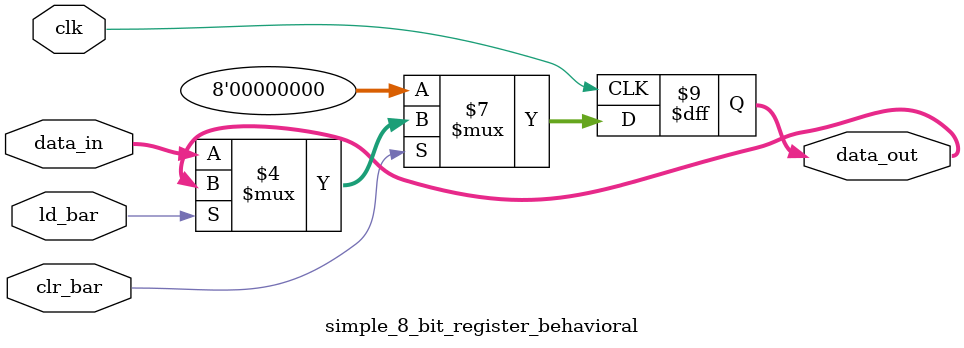
<source format=v>

module simple_8_bit_register_behavioral (
    input       [7:0]   data_in,    // Data to load
    input               clk,        // Clock
    input               ld_bar,     // Load
    input               clr_bar,    // Clear
    output  reg [7:0]   data_out    // Output Data
);

    // 8-BIT REGISTER
    // ALWAYS BLOCK with NON-BLOCKING PROCEDURAL ASSIGNMENT STATEMENT
    always @ (posedge clk) begin
        if (~clr_bar) begin
            data_out <= 0;
        end else if (~ld_bar) begin
            data_out <= data_in;
        end
    end

endmodule

</source>
